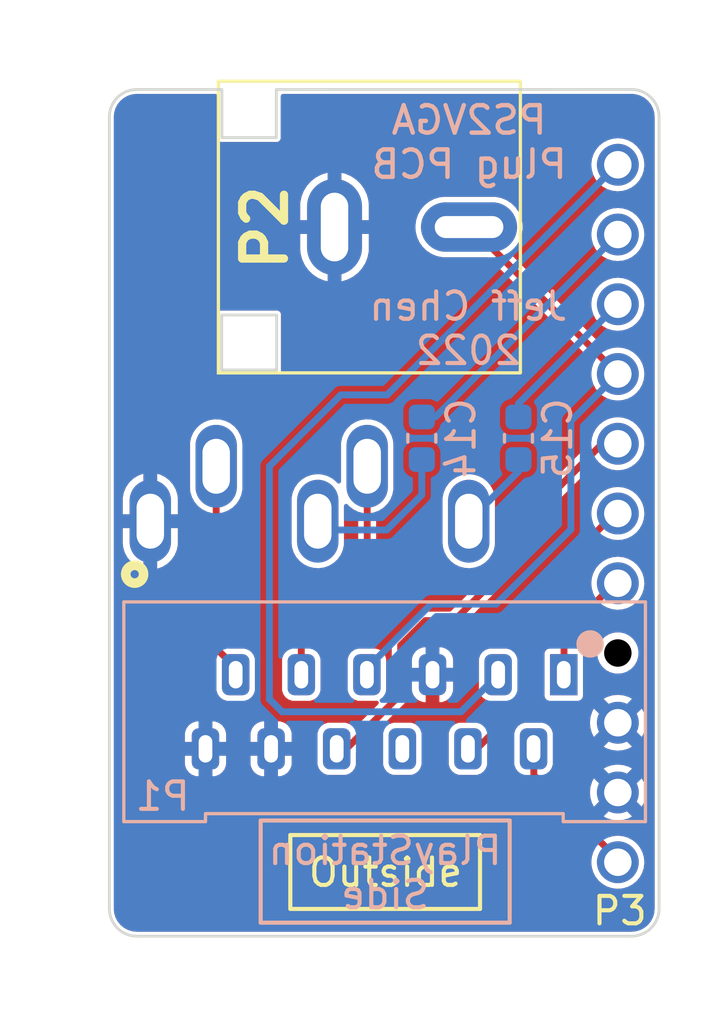
<source format=kicad_pcb>
(kicad_pcb (version 20211014) (generator pcbnew)
  (layers (0 "F.Cu" signal) (31 "B.Cu" signal) (34 "B.Paste" user) (35 "F.Paste" user) (36 "B.SilkS" user "B.Silkscreen") (37 "F.SilkS" user "F.Silkscreen") (38 "B.Mask" user) (39 "F.Mask" user) (44 "Edge.Cuts" user))
  (net 0 "")
  (net 1 "Net-(C14-Pad1)")
  (net 2 "Audio R Decoupled")
  (net 3 "Net-(C15-Pad1)")
  (net 4 "Audio L Decoupled")
  (net 5 "GND")
  (net 6 "Audio L")
  (net 7 "Audio R")
  (net 8 "Green")
  (net 9 "Red")
  (net 10 "+5V")
  (net 11 "Blue")
  (net 13 "CVBS")
  (net 14 "Luma")
  (footprint "PS2VGA:3.5mm_vertical" (layer "F.Cu") (at 141.98 105.95)
    (fp_text reference "J1")
    (fp_text value "3.5mm_vertical")
    (fp_circle (center -0.57 1.93) (end -0.42 1.93) (layer "F.SilkS") (width 0.35) (fill none))
    (pad "1" thru_hole oval locked (at 0 0) (size 1.508 3.016) (drill oval 1 2) (layers *.Cu *.Mask) (net 5 "GND"))
    (pad "2" thru_hole oval locked (at 2.4 -2) (size 1.508 3.016) (drill oval 1 2) (layers *.Cu *.Mask) (net 6 "Audio L"))
    (pad "3" thru_hole oval locked (at 7.9 -2) (size 1.508 3.016) (drill oval 1 2) (layers *.Cu *.Mask) (net 7 "Audio R"))
    (pad "4" thru_hole oval locked (at 11.6 0) (size 1.508 3.016) (drill oval 1 2) (layers *.Cu *.Mask) (net 3 "Net-(C15-Pad1)"))
    (pad "5" thru_hole oval locked (at 6.1 0) (size 1.508 3.016) (drill oval 1 2) (layers *.Cu *.Mask) (net 1 "Net-(C14-Pad1)"))
  )
  (footprint "PS2VGA:RCA" (layer "F.Cu") (at 144.59 95.238393 90)
    (fp_text reference "P2" (at -0.021607 1.57 90) (layer "F.SilkS") (effects (font (size 1.524 1.524) (thickness 0.3))))
    (fp_text value "RCA" hide)
    (fp_rect (start -5.31 -0.13) (end 5.31 10.87) (layer "F.SilkS") (width 0.12) (fill none))
    (pad "1" thru_hole oval locked (at 0 9 90) (size 1.8 3.5) (drill oval 0.8 2.5) (layers *.Cu *.Mask) (net 13 "CVBS"))
    (pad "2" thru_hole oval locked (at 0 4.1 90) (size 3.5 2) (drill oval 2.5 1) (layers *.Cu *.Mask) (net 5 "GND"))
  )
  (footprint "PS2VGA:Interconnection" (layer "F.Cu") (at 159.01 118.37 90)
    (fp_text reference "P3" (at -1.77 0.07 unlocked) (layer "F.SilkS"))
    (fp_text value "Interconnection")
    (pad "" np_thru_hole circle locked (at 7.62 0 90) (size 1.2 1.2) (drill 1) (layers *.Mask))
    (pad "1" thru_hole circle locked (at 0 0 90) (size 1.524 1.524) (drill 1) (layers *.Cu *.Mask) (net 9 "Red"))
    (pad "2" thru_hole circle locked (at 10.16 0 90) (size 1.524 1.524) (drill 1) (layers *.Cu *.Mask) (net 8 "Green"))
    (pad "3" thru_hole circle locked (at 12.7 0 90) (size 1.524 1.524) (drill 1) (layers *.Cu *.Mask) (net 11 "Blue"))
    (pad "4" thru_hole circle locked (at 15.24 0 90) (size 1.524 1.524) (drill 1) (layers *.Cu *.Mask) (net 14 "Luma"))
    (pad "5" thru_hole circle locked (at 17.78 0 90) (size 1.524 1.524) (drill 1) (layers *.Cu *.Mask) (net 13 "CVBS"))
    (pad "6" thru_hole circle locked (at 20.32 0 90) (size 1.524 1.524) (drill 1) (layers *.Cu *.Mask) (net 4 "Audio L Decoupled"))
    (pad "7" thru_hole circle locked (at 22.86 0 90) (size 1.524 1.524) (drill 1) (layers *.Cu *.Mask) (net 2 "Audio R Decoupled"))
    (pad "8" thru_hole circle locked (at 25.4 0 90) (size 1.524 1.524) (drill 1) (layers *.Cu *.Mask) (net 10 "+5V"))
    (pad "9" thru_hole circle locked (at 2.54 0 90) (size 1.524 1.524) (drill 1) (layers *.Cu *.Mask) (net 5 "GND"))
    (pad "10" thru_hole circle locked (at 5.08 0 90) (size 1.524 1.524) (drill 1) (layers *.Cu *.Mask) (net 5 "GND"))
  )
  (footprint "PS2VGA:RD" (layer "B.Cu") (at 143.93 95.24 180)
    (fp_text reference "G***" hide)
    (fp_text value "LOGO" hide)
  )
  (footprint "Capacitor_SMD:C_0603_1608Metric" (layer "B.Cu") (at 155.39 102.93 90)
    (fp_text reference "C15" (at 0 1.43 90) (layer "B.SilkS") (effects (justify mirror)))
    (fp_text value "10uF" hide)
    (fp_line (start -0.14058 0.51) (end 0.14058 0.51) (layer "B.SilkS") (width 0.12))
    (fp_line (start -0.14058 -0.51) (end 0.14058 -0.51) (layer "B.SilkS") (width 0.12))
    (pad "1" smd roundrect (at -0.775 0 90) (size 0.9 0.95) (layers "B.Cu" "B.Paste" "B.Mask") (net 3 "Net-(C15-Pad1)"))
    (pad "2" smd roundrect (at 0.775 0 90) (size 0.9 0.95) (layers "B.Cu" "B.Paste" "B.Mask") (net 4 "Audio L Decoupled"))
  )
  (footprint "Capacitor_SMD:C_0603_1608Metric" (layer "B.Cu") (at 151.87 102.93 90)
    (fp_text reference "C14" (at 0 1.43 90) (layer "B.SilkS") (effects (justify mirror)))
    (fp_text value "10uF")
    (fp_line (start -0.14058 -0.51) (end 0.14058 -0.51) (layer "B.SilkS") (width 0.12))
    (fp_line (start -0.14058 0.51) (end 0.14058 0.51) (layer "B.SilkS") (width 0.12))
    (pad "1" smd roundrect (at -0.775 0 90) (size 0.9 0.95) (layers "B.Cu" "B.Paste" "B.Mask") (net 1 "Net-(C14-Pad1)"))
    (pad "2" smd roundrect (at 0.775 0 90) (size 0.9 0.95) (layers "B.Cu" "B.Paste" "B.Mask") (net 2 "Audio R Decoupled"))
  )
  (footprint "PS2VGA:PS_AV_Multi" (layer "B.Cu") (at 157.04 111.54 180)
    (fp_text reference "P1" (at 14.61 -4.43) (layer "B.SilkS") (effects (justify mirror)))
    (fp_text value "PS_AV_Multi")
    (fp_line (start -2.975 2.65) (end 16.025 2.65) (layer "B.SilkS") (width 0.12))
    (fp_line (start 13.05 -5.06) (end 0.02 -5.06) (layer "B.SilkS") (width 0.12))
    (fp_line (start 13.05 -5.35) (end 13.05 -5.1) (layer "B.SilkS") (width 0.12))
    (fp_line (start 16.025 2.65) (end 16.025 -5.35) (layer "B.SilkS") (width 0.12))
    (fp_line (start 13.05 -5.35) (end 16.025 -5.35) (layer "B.SilkS") (width 0.12))
    (fp_line (start -2.975 -5.35) (end 0.02 -5.35) (layer "B.SilkS") (width 0.12))
    (fp_line (start 0.02 -5.06) (end 0.02 -5.35) (layer "B.SilkS") (width 0.12))
    (fp_line (start -2.975 2.65) (end -2.975 -5.35) (layer "B.SilkS") (width 0.12))
    (fp_circle (center -0.96 1.12) (end -0.96 1.12) (layer "B.SilkS") (width 0.5) (fill none))
    (pad "1" thru_hole rect locked (at 0 0 180) (size 1 1.5) (drill oval 0.5 1) (layers *.Cu *.Mask) (net 8 "Green"))
    (pad "2" thru_hole roundrect locked (at 1.1 -2.7 180) (size 1 1.5) (drill oval 0.5 1) (layers *.Cu *.Mask) (net 9 "Red"))
    (pad "3" thru_hole roundrect locked (at 2.39 0 180) (size 1 1.5) (drill oval 0.5 1) (layers *.Cu *.Mask) (net 10 "+5V"))
    (pad "4" thru_hole roundrect locked (at 3.49 -2.7 180) (size 1 1.5) (drill oval 0.5 1) (layers *.Cu *.Mask) (net 11 "Blue"))
    (pad "5" thru_hole roundrect locked (at 4.78 0 180) (size 1 1.5) (drill oval 0.5 1) (layers *.Cu *.Mask) (net 5 "GND"))
    (pad "6" thru_hole roundrect locked (at 5.88 -2.7 180) (size 1 1.5) (drill oval 0.5 1) (layers *.Cu *.Mask))
    (pad "7" thru_hole roundrect locked (at 7.17 0 180) (size 1 1.5) (drill oval 0.5 1) (layers *.Cu *.Mask) (net 13 "CVBS"))
    (pad "8" thru_hole roundrect locked (at 8.27 -2.7 180) (size 1 1.5) (drill oval 0.5 1) (layers *.Cu *.Mask) (net 14 "Luma"))
    (pad "9" thru_hole roundrect locked (at 9.56 0 180) (size 1 1.5) (drill oval 0.5 1) (layers *.Cu *.Mask) (net 7 "Audio R"))
    (pad "10" thru_hole roundrect locked (at 10.66 -2.7 180) (size 1 1.5) (drill oval 0.5 1) (layers *.Cu *.Mask) (net 5 "GND"))
    (pad "11" thru_hole roundrect locked (at 11.95 0 180) (size 1 1.5) (drill oval 0.5 1) (layers *.Cu *.Mask) (net 6 "Audio L"))
    (pad "12" thru_hole roundrect locked (at 13.05 -2.7 180) (size 1 1.5) (drill oval 0.5 1) (layers *.Cu *.Mask) (net 5 "GND"))
  )
  (gr_line (start 155.07 116.85) (end 155.07 120.57) (layer "B.SilkS") (width 0.15))
  (gr_line (start 155.07 120.57) (end 146 120.57) (layer "B.SilkS") (width 0.15))
  (gr_line (start 146 116.85) (end 155.07 116.85) (layer "B.SilkS") (width 0.15))
  (gr_line (start 146 120.57) (end 146 116.85) (layer "B.SilkS") (width 0.15))
  (gr_line (start 147.08 120.07) (end 147.08 117.38) (layer "F.SilkS") (width 0.15))
  (gr_line (start 153.99 120.07) (end 147.08 120.07) (layer "F.SilkS") (width 0.15))
  (gr_line (start 147.08 117.38) (end 153.99 117.38) (layer "F.SilkS") (width 0.15))
  (gr_line (start 153.99 117.38) (end 153.99 120.07) (layer "F.SilkS") (width 0.15))
  (gr_line (start 144.58 98.44) (end 146.58 98.44) (layer "Edge.Cuts") (width 0.1))
  (gr_line (start 146.57 91.98) (end 146.57 90.23) (layer "Edge.Cuts") (width 0.1))
  (gr_line (start 146.57 90.23) (end 159.51 90.228751) (layer "Edge.Cuts") (width 0.1))
  (gr_line (start 144.59 90.23) (end 144.59 91.98) (layer "Edge.Cuts") (width 0.1))
  (gr_line (start 144.58 100.44) (end 144.58 98.44) (layer "Edge.Cuts") (width 0.1))
  (gr_line (start 146.58 98.44) (end 146.58 100.44) (layer "Edge.Cuts") (width 0.1))
  (gr_line (start 146.58 100.44) (end 144.58 100.44) (layer "Edge.Cuts") (width 0.1))
  (gr_arc (start 160.511249 120.06) (mid 160.21799 120.76799) (end 159.51 121.061249) (layer "Edge.Cuts") (width 0.1))
  (gr_line (start 141.49 90.228751) (end 144.59 90.23) (layer "Edge.Cuts") (width 0.1))
  (gr_line (start 159.51 121.061249) (end 141.49 121.061249) (layer "Edge.Cuts") (width 0.1))
  (gr_line (start 160.511249 91.23) (end 160.511249 120.06) (layer "Edge.Cuts") (width 0.1))
  (gr_arc (start 140.488751 91.23) (mid 140.78201 90.52201) (end 141.49 90.228751) (layer "Edge.Cuts") (width 0.1))
  (gr_line (start 140.488751 120.06) (end 140.488751 91.23) (layer "Edge.Cuts") (width 0.1))
  (gr_line (start 144.59 91.98) (end 146.57 91.98) (layer "Edge.Cuts") (width 0.1))
  (gr_arc (start 159.51 90.228751) (mid 160.21799 90.52201) (end 160.511249 91.23) (layer "Edge.Cuts") (width 0.1))
  (gr_arc (start 141.49 121.061249) (mid 140.78201 120.76799) (end 140.488751 120.06) (layer "Edge.Cuts") (width 0.1))
  (gr_text "PS2VGA\nPlug PCB" (at 153.59 92.15) (layer "B.SilkS") (effects (font (size 1 1) (thickness 0.16)) (justify mirror)))
  (gr_text "Jeff Chen\n2022" (at 153.56 98.93) (layer "B.SilkS") (effects (font (size 1 1)) (justify mirror)))
  (gr_text "PlayStation\nSide" (at 150.53 118.75) (layer "B.SilkS") (effects (font (size 1 1)) (justify mirror)))
  (gr_text "Outside" (at 150.55 118.74) (layer "F.SilkS") (effects (font (size 1 1))))
  (segment (start 148.08 105.95) (end 148.4 106.27) (width 0.25) (layer "B.Cu") (net 1))
  (segment (start 148.4 106.27) (end 150.59 106.27) (width 0.25) (layer "B.Cu") (net 1))
  (segment (start 151.87 104.99) (end 151.87 103.7) (width 0.25) (layer "B.Cu") (net 1))
  (segment (start 150.59 106.27) (end 151.87 104.99) (width 0.25) (layer "B.Cu") (net 1))
  (segment (start 152.365 102.155) (end 159.01 95.51) (width 0.25) (layer "B.Cu") (net 2))
  (segment (start 151.87 102.155) (end 152.365 102.155) (width 0.25) (layer "B.Cu") (net 2))
  (segment (start 155.39 104.14) (end 155.39 103.7) (width 0.25) (layer "B.Cu") (net 3))
  (segment (start 153.58 105.95) (end 155.39 104.14) (width 0.25) (layer "B.Cu") (net 3))
  (segment (start 155.39 102.155) (end 155.39 101.67) (width 0.25) (layer "B.Cu") (net 4))
  (segment (start 155.39 101.67) (end 159.01 98.05) (width 0.25) (layer "B.Cu") (net 4))
  (segment (start 144.38 110.58) (end 144.38 103.95) (width 0.25) (layer "F.Cu") (net 6))
  (segment (start 145.09 111.54) (end 145.09 111.29) (width 0.25) (layer "F.Cu") (net 6))
  (segment (start 145.09 111.29) (end 144.38 110.58) (width 0.25) (layer "F.Cu") (net 6))
  (segment (start 147.48 110.51) (end 149.88 108.11) (width 0.25) (layer "F.Cu") (net 7))
  (segment (start 149.88 108.11) (end 149.88 103.95) (width 0.25) (layer "F.Cu") (net 7))
  (segment (start 147.48 111.54) (end 147.48 110.51) (width 0.25) (layer "F.Cu") (net 7))
  (segment (start 157.05 110.06) (end 159.01 108.1) (width 0.25) (layer "F.Cu") (net 8))
  (segment (start 157.05 111.54) (end 157.05 110.06) (width 0.25) (layer "F.Cu") (net 8))
  (segment (start 155.95 115.2) (end 159.01 118.26) (width 0.25) (layer "F.Cu") (net 9))
  (segment (start 155.95 114.24) (end 155.95 115.2) (width 0.25) (layer "F.Cu") (net 9))
  (segment (start 146.318649 103.951351) (end 148.92 101.35) (width 0.25) (layer "B.Cu") (net 10))
  (segment (start 148.92 101.35) (end 150.61 101.35) (width 0.25) (layer "B.Cu") (net 10))
  (segment (start 158.99 92.97) (end 159.01 92.97) (width 0.25) (layer "B.Cu") (net 10))
  (segment (start 153.3 112.89) (end 146.78 112.89) (width 0.25) (layer "B.Cu") (net 10))
  (segment (start 146.318649 112.428649) (end 146.318649 103.951351) (width 0.25) (layer "B.Cu") (net 10))
  (segment (start 154.65 111.54) (end 153.3 112.89) (width 0.25) (layer "B.Cu") (net 10))
  (segment (start 150.61 101.35) (end 158.99 92.97) (width 0.25) (layer "B.Cu") (net 10))
  (segment (start 146.78 112.89) (end 146.318649 112.428649) (width 0.25) (layer "B.Cu") (net 10))
  (segment (start 155.83 112.28) (end 155.83 108.74) (width 0.25) (layer "F.Cu") (net 11))
  (segment (start 155.83 108.74) (end 159.01 105.56) (width 0.25) (layer "F.Cu") (net 11))
  (segment (start 153.87 114.24) (end 155.83 112.28) (width 0.25) (layer "F.Cu") (net 11))
  (segment (start 153.56 114.24) (end 153.87 114.24) (width 0.25) (layer "F.Cu") (net 11))
  (segment (start 153.66 95.24) (end 153.59 95.24) (width 0.25) (layer "F.Cu") (net 13))
  (segment (start 159.01 100.59) (end 153.66 95.24) (width 0.25) (layer "F.Cu") (net 13))
  (segment (start 154.58 108.97) (end 157.3 106.25) (width 0.25) (layer "B.Cu") (net 13))
  (segment (start 157.3 102.3) (end 159.01 100.59) (width 0.25) (layer "B.Cu") (net 13))
  (segment (start 152.21 108.97) (end 154.58 108.97) (width 0.25) (layer "B.Cu") (net 13))
  (segment (start 149.87 111.54) (end 149.87 111.31) (width 0.25) (layer "B.Cu") (net 13))
  (segment (start 157.3 106.25) (end 157.3 102.3) (width 0.25) (layer "B.Cu") (net 13))
  (segment (start 149.87 111.31) (end 152.21 108.97) (width 0.25) (layer "B.Cu") (net 13))
  (segment (start 153.05 109.57) (end 155.23 107.39) (width 0.25) (layer "F.Cu") (net 14))
  (segment (start 151.1 110.47) (end 152 109.57) (width 0.25) (layer "F.Cu") (net 14))
  (segment (start 158.55 103.02) (end 159.01 103.02) (width 0.25) (layer "F.Cu") (net 14))
  (segment (start 149.12 114.24) (end 151.1 112.26) (width 0.25) (layer "F.Cu") (net 14))
  (segment (start 155.23 107.39) (end 155.23 106.34) (width 0.25) (layer "F.Cu") (net 14))
  (segment (start 148.78 114.24) (end 149.12 114.24) (width 0.25) (layer "F.Cu") (net 14))
  (segment (start 151.1 112.26) (end 151.1 110.47) (width 0.25) (layer "F.Cu") (net 14))
  (segment (start 155.23 106.34) (end 158.55 103.02) (width 0.25) (layer "F.Cu") (net 14))
  (segment (start 152 109.57) (end 153.05 109.57) (width 0.25) (layer "F.Cu") (net 14))
  (zone (net 5) (net_name "GND") (layers F&B.Cu) (name "GND Pour") (connect_pads (clearance 0.16)) (min_thickness 0.16) (fill yes (thermal_gap 0.25) (thermal_bridge_width 0.5))
    (polygon (pts (xy 162.71 123.72) (xy 136.56 123.72) (xy 136.56 86.97) (xy 162.71 86.97)))
  )
)
</source>
